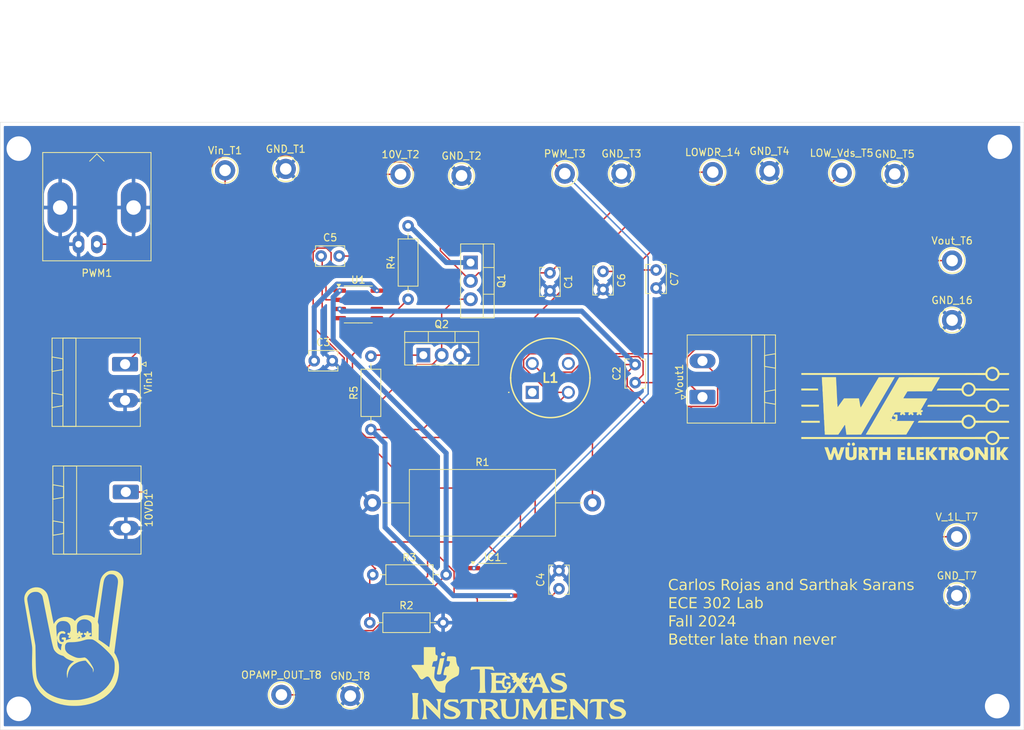
<source format=kicad_pcb>
(kicad_pcb (version 20240108) (generator "pcbnew") (generator_version "8.0")
  (layers (0 "F.Cu" signal) (31 "B.Cu" signal) (34 "B.Paste" user) (35 "F.Paste" user) (36 "B.SilkS" user "B.Silkscreen") (37 "F.SilkS" user "F.Silkscreen") (38 "B.Mask" user) (39 "F.Mask" user) (44 "Edge.Cuts" user))
  (net 0 "")
  (net 1 "10V")
  (net 2 "GND")
  (net 3 "Vin+")
  (net 4 "Vout+")
  (net 5 "Vout-")
  (net 6 "BOOT")
  (net 7 "SW")
  (net 8 "LOWDR")
  (net 9 "HIGHDR")
  (net 10 "PWM")
  (net 11 "OPAMP_OUT")
  (net 12 "Net-(Q1-G)")
  (net 13 "Net-(Q2-G)")
  (net 14 "Net-(U1A--)")
  (footprint "TestPoint:TestPoint_Keystone_5010-5014_Multipurpose" (layer "F.Cu") (at 138.1 36.1)
    (property "Reference" "PWM_T3" (at 0 -2.75 0) (layer "F.SilkS"))
    (property "Value" "TestPoint")
    (pad "1" thru_hole circle (at 0 0) (size 2.8 2.8) (drill 1.6) (layers "*.Cu" "*.Mask") (net 10 "PWM"))
  )
  (footprint "TestPoint:TestPoint_Keystone_5010-5014_Multipurpose" (layer "F.Cu") (at 191.75 56.4)
    (property "Reference" "GND_16" (at 0 -2.75 0) (layer "F.SilkS"))
    (property "Value" "TestPoint")
    (pad "1" thru_hole circle (at 0 0) (size 2.8 2.8) (drill 1.6) (layers "*.Cu" "*.Mask") (net 2 "GND"))
  )
  (footprint "TestPoint:TestPoint_Keystone_5010-5014_Multipurpose" (layer "F.Cu") (at 98.85 108.3)
    (property "Reference" "OPAMP_OUT_T8" (at 0 -2.75 0) (layer "F.SilkS"))
    (property "Value" "TestPoint")
    (pad "1" thru_hole circle (at 0 0) (size 2.8 2.8) (drill 1.6) (layers "*.Cu" "*.Mask") (net 11 "OPAMP_OUT"))
  )
  (footprint "Connector_Phoenix_MSTB:PhoenixContact_MSTBA_2,5_2-G_1x02_P5.00mm_Horizontal" (layer "F.Cu") (at 77.2 62.5 -90)
    (property "Reference" "Vin1" (at 2.5 -3.2 90) (layer "F.SilkS"))
    (property "Value" "Screw_Terminal_01x02")
    (pad "1" thru_hole roundrect (at 0 0 270) (size 2 3.6) (drill 1.4) (layers "*.Cu" "*.Mask") (roundrect_rratio 0.125) (net 3 "Vin+"))
    (pad "2" thru_hole oval (at 5 0 270) (size 2 3.6) (drill 1.4) (layers "*.Cu" "*.Mask") (net 2 "GND"))
  )
  (footprint "TestPoint:TestPoint_Keystone_5010-5014_Multipurpose" (layer "F.Cu") (at 166.45 35.75)
    (property "Reference" "GND_T4" (at 0 -2.75 0) (layer "F.SilkS"))
    (property "Value" "TestPoint")
    (pad "1" thru_hole circle (at 0 0) (size 2.8 2.8) (drill 1.6) (layers "*.Cu" "*.Mask") (net 2 "GND"))
  )
  (footprint "Capacitor_THT:C_Disc_D3.8mm_W2.6mm_P2.50mm" (layer "F.Cu") (at 150.75 49.45 -90)
    (property "Reference" "C7" (at 1.25 -2.55 90) (layer "F.SilkS"))
    (property "Value" "10u")
    (pad "1" thru_hole circle (at 0 0 270) (size 1.6 1.6) (drill 0.8) (layers "*.Cu" "*.Mask") (net 3 "Vin+"))
    (pad "2" thru_hole circle (at 2.5 0 270) (size 1.6 1.6) (drill 0.8) (layers "*.Cu" "*.Mask") (net 2 "GND"))
  )
  (footprint "TestPoint:TestPoint_Keystone_5010-5014_Multipurpose" (layer "F.Cu") (at 115.35 36.2)
    (property "Reference" "10V_T2" (at 0 -2.75 0) (layer "F.SilkS"))
    (property "Value" "TestPoint")
    (pad "1" thru_hole circle (at 0 0) (size 2.8 2.8) (drill 1.6) (layers "*.Cu" "*.Mask") (net 1 "10V"))
  )
  (footprint "TestPoint:TestPoint_Keystone_5010-5014_Multipurpose" (layer "F.Cu") (at 91.05 35.65)
    (property "Reference" "Vin_T1" (at 0 -2.75 0) (layer "F.SilkS"))
    (property "Value" "TestPoint")
    (pad "1" thru_hole circle (at 0 0) (size 2.8 2.8) (drill 1.6) (layers "*.Cu" "*.Mask") (net 3 "Vin+"))
  )
  (footprint "Connector_Phoenix_MSTB:PhoenixContact_MSTBA_2,5_2-G_1x02_P5.00mm_Horizontal" (layer "F.Cu") (at 157.1725 67.05 90)
    (property "Reference" "Vout1" (at 2.5 -3.2 90) (layer "F.SilkS"))
    (property "Value" "Screw_Terminal_01x02")
    (pad "1" thru_hole roundrect (at 0 0 90) (size 2 3.6) (drill 1.4) (layers "*.Cu" "*.Mask") (roundrect_rratio 0.125) (net 4 "Vout+"))
    (pad "2" thru_hole oval (at 5 0 90) (size 2 3.6) (drill 1.4) (layers "*.Cu" "*.Mask") (net 5 "Vout-"))
  )
  (footprint "Resistor_THT:R_Axial_DIN0207_L6.3mm_D2.5mm_P10.16mm_Horizontal" (layer "F.Cu") (at 111.25 71.55 90)
    (property "Reference" "R5" (at 5.08 -2.37 90) (layer "F.SilkS"))
    (property "Value" "100")
    (pad "1" thru_hole circle (at 0 0 90) (size 1.6 1.6) (drill 0.8) (layers "*.Cu" "*.Mask") (net 8 "LOWDR"))
    (pad "2" thru_hole oval (at 10.16 0 90) (size 1.6 1.6) (drill 0.8) (layers "*.Cu" "*.Mask") (net 13 "Net-(Q2-G)"))
  )
  (footprint "Package_SO:SO-8_3.9x4.9mm_P1.27mm" (layer "F.Cu") (at 128.1 92.65)
    (property "Reference" "IC1" (at 0 -3.4 0) (layer "F.SilkS"))
    (property "Value" "TPS2832D")
    (pad "1" smd roundrect (at -2.575 -1.905) (size 1.75 0.6) (layers "F.Cu" "F.Paste" "F.Mask") (net 10 "PWM"))
    (pad "2" smd roundrect (at -2.575 -0.635) (size 1.75 0.6) (layers "F.Cu" "F.Paste" "F.Mask") (net 2 "GND"))
    (pad "3" smd roundrect (at -2.575 0.635) (size 1.75 0.6) (layers "F.Cu" "F.Paste" "F.Mask") (net 7 "SW"))
    (pad "4" smd roundrect (at -2.575 1.905) (size 1.75 0.6) (layers "F.Cu" "F.Paste" "F.Mask") (net 1 "10V"))
    (pad "5" smd roundrect (at 2.575 1.905) (size 1.75 0.6) (layers "F.Cu" "F.Paste" "F.Mask") (net 8 "LOWDR"))
    (pad "6" smd roundrect (at 2.575 0.635) (size 1.75 0.6) (layers "F.Cu" "F.Paste" "F.Mask") (net 7 "SW"))
    (pad "7" smd roundrect (at 2.575 -0.635) (size 1.75 0.6) (layers "F.Cu" "F.Paste" "F.Mask") (net 9 "HIGHDR"))
    (pad "8" smd roundrect (at 2.575 -1.905) (size 1.75 0.6) (layers "F.Cu" "F.Paste" "F.Mask") (net 6 "BOOT"))
  )
  (footprint "BuckParts:7447231101" (layer "F.Cu") (at 133.6 66.4)
    (property "Reference" "L1" (at 2.5 -2 0) (layer "F.SilkS") (effects (font (size 1.27 1.27) (thickness 0.254))))
    (property "Value" "7447231101" (hide yes))
    (pad "1" thru_hole rect (at 0 0) (size 1.8 1.8) (drill 1.2) (layers "*.Cu" "*.Mask"))
    (pad "2" thru_hole circle (at 5 0) (size 1.8 1.8) (drill 1.2) (layers "*.Cu" "*.Mask") (net 7 "SW"))
    (pad "3" thru_hole circle (at 0 -4) (size 1.8 1.8) (drill 1.2) (layers "*.Cu" "*.Mask") (net 4 "Vout+"))
    (pad "4" thru_hole circle (at 5 -4) (size 1.8 1.8) (drill 1.2) (layers "*.Cu" "*.Mask"))
  )
  (footprint "graphics:TI" (layer "F.Cu") (at 131.699 106.68)
    (property "Reference" "G***" (at 0 0 0) (layer "F.SilkS") (effects (font (size 1.5 1.5) (thickness 0.3))))
    (property "Value" "LOGO" (hide yes))
  )
  (footprint "Capacitor_THT:C_Disc_D3.8mm_W2.6mm_P2.50mm" (layer "F.Cu") (at 137.3 93.6 90)
    (property "Reference" "C4" (at 1.25 -2.55 90) (layer "F.SilkS"))
    (property "Value" "1u")
    (pad "1" thru_hole circle (at 0 0 90) (size 1.6 1.6) (drill 0.8) (layers "*.Cu" "*.Mask") (net 1 "10V"))
    (pad "2" thru_hole circle (at 2.5 0 90) (size 1.6 1.6) (drill 0.8) (layers "*.Cu" "*.Mask") (net 2 "GND"))
  )
  (footprint "graphics:HornsUp" (layer "F.Cu") (at 70.104 100.457)
    (property "Reference" "G***" (at 0 0 0) (layer "F.SilkS") (effects (font (size 1.5 1.5) (thickness 0.3))))
    (property "Value" "LOGO" (hide yes))
  )
  (footprint "TestPoint:TestPoint_Keystone_5010-5014_Multipurpose" (layer "F.Cu") (at 183.8 36.15)
    (property "Reference" "GND_T5" (at 0 -2.75 0) (layer "F.SilkS"))
    (property "Value" "TestPoint")
    (pad "1" thru_hole circle (at 0 0) (size 2.8 2.8) (drill 1.6) (layers "*.Cu" "*.Mask") (net 2 "GND"))
  )
  (footprint "Capacitor_THT:C_Disc_D3.8mm_W2.6mm_P2.50mm" (layer "F.Cu") (at 103.4 62.02)
    (property "Reference" "C3" (at 1.25 -2.55 0) (layer "F.SilkS"))
    (property "Value" "1u")
    (pad "1" thru_hole circle (at 0 0) (size 1.6 1.6) (drill 0.8) (layers "*.Cu" "*.Mask") (net 1 "10V"))
    (pad "2" thru_hole circle (at 2.5 0) (size 1.6 1.6) (drill 0.8) (layers "*.Cu" "*.Mask") (net 2 "GND"))
  )
  (footprint "Resistor_THT:R_Axial_DIN0207_L6.3mm_D2.5mm_P10.16mm_Horizontal" (layer "F.Cu") (at 111.51 91.65)
    (property "Reference" "R3" (at 5.08 -2.37 0) (layer "F.SilkS"))
    (property "Value" "20k")
    (pad "1" thru_hole circle (at 0 0) (size 1.6 1.6) (drill 0.8) (layers "*.Cu" "*.Mask") (net 14 "Net-(U1A--)"))
    (pad "2" thru_hole oval (at 10.16 0) (size 1.6 1.6) (drill 0.8) (layers "*.Cu" "*.Mask") (net 11 "OPAMP_OUT"))
  )
  (footprint "Package_SO:SO-8_3.9x4.9mm_P1.27mm" (layer "F.Cu") (at 109.5 54.22)
    (property "Reference" "U1" (at 0 -3.4 0) (layer "F.SilkS"))
    (property "Value" "TLV2372")
    (pad "1" smd roundrect (at -2.575 -1.905) (size 1.75 0.6) (layers "F.Cu" "F.Paste" "F.Mask") (net 11 "OPAMP_OUT"))
    (pad "2" smd roundrect (at -2.575 -0.635) (size 1.75 0.6) (layers "F.Cu" "F.Paste" "F.Mask") (net 14 "Net-(U1A--)"))
    (pad "3" smd roundrect (at -2.575 0.635) (size 1.75 0.6) (layers "F.Cu" "F.Paste" "F.Mask") (net 5 "Vout-"))
    (pad "4" smd roundrect (at -2.575 1.905) (size 1.75 0.6) (layers "F.Cu" "F.Paste" "F.Mask") (net 2 "GND"))
    (pad "5" smd roundrect (at 2.575 1.905) (size 1.75 0.6) (layers "F.Cu" "F.Paste" "F.Mask"))
    (pad "6" smd roundrect (at 2.575 0.635) (size 1.75 0.6) (layers "F.Cu" "F.Paste" "F.Mask"))
    (pad "7" smd roundrect (at 2.575 -0.635) (size 1.75 0.6) (layers "F.Cu" "F.Paste" "F.Mask"))
    (pad "8" smd roundrect (at 2.575 -1.905) (size 1.75 0.6) (layers "F.Cu" "F.Paste" "F.Mask") (net 1 "10V"))
  )
  (footprint "Connector_Phoenix_MSTB:PhoenixContact_MSTBA_2,5_2-G_1x02_P5.00mm_Horizontal" (layer "F.Cu") (at 77.3 80.2 -90)
    (property "Reference" "10VD1" (at 2.5 -3.2 90) (layer "F.SilkS"))
    (property "Value" "Screw_Terminal_01x02")
    (pad "1" thru_hole roundrect (at 0 0 270) (size 2 3.6) (drill 1.4) (layers "*.Cu" "*.Mask") (roundrect_rratio 0.125) (net 1 "10V"))
    (pad "2" thru_hole oval (at 5 0 270) (size 2 3.6) (drill 1.4) (layers "*.Cu" "*.Mask") (net 2 "GND"))
  )
  (footprint "TestPoint:TestPoint_Keystone_5010-5014_Multipurpose" (layer "F.Cu") (at 192.4 86.4)
    (property "Reference" "V_1L_T7" (at 0 -2.75 0) (layer "F.SilkS"))
    (property "Value" "TestPoint")
    (pad "1" thru_hole circle (at 0 0) (size 2.8 2.8) (drill 1.6) (layers "*.Cu" "*.Mask") (net 5 "Vout-"))
  )
  (footprint "Capacitor_THT:C_Disc_D3.8mm_W2.6mm_P2.50mm" (layer "F.Cu") (at 136.05 49.85 -90)
    (property "Reference" "C1" (at 1.25 -2.55 90) (layer "F.SilkS"))
    (property "Value" "10u")
    (pad "1" thru_hole circle (at 0 0 270) (size 1.6 1.6) (drill 0.8) (layers "*.Cu" "*.Mask") (net 3 "Vin+"))
    (pad "2" thru_hole circle (at 2.5 0 270) (size 1.6 1.6) (drill 0.8) (layers "*.Cu" "*.Mask") (net 2 "GND"))
  )
  (footprint "TestPoint:TestPoint_Keystone_5010-5014_Multipurpose" (layer "F.Cu") (at 158.6 35.9)
    (property "Reference" "LOWDR_14" (at 0 -2.75 0) (layer "F.SilkS"))
    (property "Value" "TestPoint")
    (pad "1" thru_hole circle (at 0 0) (size 2.8 2.8) (drill 1.6) (layers "*.Cu" "*.Mask") (net 8 "LOWDR"))
  )
  (footprint "Capacitor_THT:C_Disc_D3.8mm_W2.6mm_P2.50mm" (layer "F.Cu") (at 143.4 49.65 -90)
    (property "Reference" "C6" (at 1.25 -2.55 90) (layer "F.SilkS"))
    (property "Value" "10u")
    (pad "1" thru_hole circle (at 0 0 270) (size 1.6 1.6) (drill 0.8) (layers "*.Cu" "*.Mask") (net 3 "Vin+"))
    (pad "2" thru_hole circle (at 2.5 0 270) (size 1.6 1.6) (drill 0.8) (layers "*.Cu" "*.Mask") (net 2 "GND"))
  )
  (footprint "TestPoint:TestPoint_Keystone_5010-5014_Multipurpose" (layer "F.Cu") (at 176.45 36)
    (property "Reference" "LOW_Vds_T5" (at 0 -2.75 0) (layer "F.SilkS"))
    (property "Value" "TestPoint")
    (pad "1" thru_hole circle (at 0 0) (size 2.8 2.8) (drill 1.6) (layers "*.Cu" "*.Mask") (net 7 "SW"))
  )
  (footprint "Capacitor_THT:C_Disc_D3.8mm_W2.6mm_P2.50mm" (layer "F.Cu") (at 104.35 47.52)
    (property "Reference" "C5" (at 1.25 -2.55 0) (layer "F.SilkS"))
    (property "Value" "1u")
    (pad "1" thru_hole circle (at 0 0) (size 1.6 1.6) (drill 0.8) (layers "*.Cu" "*.Mask") (net 6 "BOOT"))
    (pad "2" thru_hole circle (at 2.5 0) (size 1.6 1.6) (drill 0.8) (layers "*.Cu" "*.Mask") (net 7 "SW"))
  )
  (footprint "TestPoint:TestPoint_Keystone_5010-5014_Multipurpose" (layer "F.Cu") (at 192.4 94.55)
    (property "Reference" "GND_T7" (at 0 -2.75 0) (layer "F.SilkS"))
    (property "Value" "TestPoint")
    (pad "1" thru_hole circle (at 0 0) (size 2.8 2.8) (drill 1.6) (layers "*.Cu" "*.Mask") (net 2 "GND"))
  )
  (footprint "TestPoint:TestPoint_Keystone_5010-5014_Multipurpose" (layer "F.Cu") (at 145.95 36.1)
    (property "Reference" "GND_T3" (at 0 -2.75 0) (layer "F.SilkS"))
    (property "Value" "TestPoint")
    (pad "1" thru_hole circle (at 0 0) (size 2.8 2.8) (drill 1.6) (layers "*.Cu" "*.Mask") (net 2 "GND"))
  )
  (footprint "Resistor_THT:R_Axial_DIN0207_L6.3mm_D2.5mm_P10.16mm_Horizontal" (layer "F.Cu") (at 111.09 98.3)
    (property "Reference" "R2" (at 5.08 -2.37 0) (layer "F.SilkS"))
    (property "Value" "5k")
    (pad "1" thru_hole circle (at 0 0) (size 1.6 1.6) (drill 0.8) (layers "*.Cu" "*.Mask") (net 14 "Net-(U1A--)"))
    (pad "2" thru_hole oval (at 10.16 0) (size 1.6 1.6) (drill 0.8) (layers "*.Cu" "*.Mask") (net 2 "GND"))
  )
  (footprint "Package_TO_SOT_THT:TO-220-3_Vertical" (layer "F.Cu") (at 125.05 48.42 -90)
    (property "Reference" "Q1" (at 2.54 -4.27 90) (layer "F.SilkS"))
    (property "Value" "CSD18534KCS")
    (pad "1" thru_hole rect (at 0 0 270) (size 1.905 2) (drill 1.1) (layers "*.Cu" "*.Mask") (net 12 "Net-(Q1-G)"))
    (pad "2" thru_hole oval (at 2.54 0 270) (size 1.905 2) (drill 1.1) (layers "*.Cu" "*.Mask") (net 3 "Vin+"))
    (pad "3" thru_hole oval (at 5.08 0 270) (size 1.905 2) (drill 1.1) (layers "*.Cu" "*.Mask") (net 7 "SW"))
  )
  (footprint "TestPoint:TestPoint_Keystone_5010-5014_Multipurpose" (layer "F.Cu") (at 108.4 108.45)
    (property "Reference" "GND_T8" (at 0 -2.75 0) (layer "F.SilkS"))
    (property "Value" "TestPoint")
    (pad "1" thru_hole circle (at 0 0) (size 2.8 2.8) (drill 1.6) (layers "*.Cu" "*.Mask") (net 2 "GND"))
  )
  (footprint "Package_TO_SOT_THT:TO-220-3_Vertical" (layer "F.Cu") (at 118.51 61.245)
    (property "Reference" "Q2" (at 2.54 -4.27 0) (layer "F.SilkS"))
    (property "Value" "CSD18534KCS")
    (pad "1" thru_hole rect (at 0 0) (size 1.905 2) (drill 1.1) (layers "*.Cu" "*.Mask") (net 13 "Net-(Q2-G)"))
    (pad "2" thru_hole oval (at 2.54 0) (size 1.905 2) (drill 1.1) (layers "*.Cu" "*.Mask") (net 7 "SW"))
    (pad "3" thru_hole oval (at 5.08 0) (size 1.905 2) (drill 1.1) (layers "*.Cu" "*.Mask") (net 2 "GND"))
  )
  (footprint "graphics:WE" (layer "F.Cu") (at 185.293 69.596)
    (property "Reference" "G***" (at 0 0 0) (layer "F.SilkS") (effects (font (size 1.5 1.5) (thickness 0.3))))
    (property "Value" "LOGO" (hide yes))
  )
  (footprint "Resistor_THT:R_Axial_DIN0922_L20.0mm_D9.0mm_P30.48mm_Horizontal" (layer "F.Cu") (at 111.455 81.7)
    (property "Reference" "R1" (at 15.24 -5.62 0) (layer "F.SilkS"))
    (property "Value" "0.5")
    (pad "1" thru_hole circle (at 0 0) (size 2.4 2.4) (drill 1.2) (layers "*.Cu" "*.Mask") (net 2 "GND"))
    (pad "2" thru_hole oval (at 30.48 0) (size 2.4 2.4) (drill 1.2) (layers "*.Cu" "*.Mask") (net 5 "Vout-"))
  )
  (footprint "Resistor_THT:R_Axial_DIN0207_L6.3mm_D2.5mm_P10.16mm_Horizontal" (layer "F.Cu") (at 116.4 53.5 90)
    (property "Reference" "R4" (at 5.08 -2.37 90) (layer "F.SilkS"))
    (property "Value" "100")
    (pad "1" thru_hole circle (at 0 0 90) (size 1.6 1.6) (drill 0.8) (layers "*.Cu" "*.Mask") (net 9 "HIGHDR"))
    (pad "2" thru_hole oval (at 10.16 0 90) (size 1.6 1.6) (drill 0.8) (layers "*.Cu" "*.Mask") (net 12 "Net-(Q1-G)"))
  )
  (footprint "TestPoint:TestPoint_Keystone_5010-5014_Multipurpose" (layer "F.Cu") (at 123.8 36.4)
    (property "Reference" "GND_T2" (at 0 -2.75 0) (layer "F.SilkS"))
    (property "Value" "TestPoint")
    (pad "1" thru_hole circle (at 0 0) (size 2.8 2.8) (drill 1.6) (layers "*.Cu" "*.Mask") (net 2 "GND"))
  )
  (footprint "TestPoint:TestPoint_Keystone_5010-5014_Multipurpose" (layer "F.Cu") (at 191.75 48.15)
    (property "Reference" "Vout_T6" (at 0 -2.75 0) (layer "F.SilkS"))
    (property "Value" "TestPoint")
    (pad "1" thru_hole circle (at 0 0) (size 2.8 2.8) (drill 1.6) (layers "*.Cu" "*.Mask") (net 4 "Vout+"))
  )
  (footprint "TestPoint:TestPoint_Keystone_5010-5014_Multipurpose" (layer "F.Cu") (at 99.45 35.45)
    (property "Reference" "GND_T1" (at 0 -2.75 0) (layer "F.SilkS"))
    (property "Value" "TestPoint")
    (pad "1" thru_hole circle (at 0 0) (size 2.8 2.8) (drill 1.6) (layers "*.Cu" "*.Mask") (net 2 "GND"))
  )
  (footprint "Connector_Coaxial:BNC_Amphenol_B6252HB-NPP3G-50_Horizontal" (layer "F.Cu") (at 73.2925 45.88)
    (property "Reference" "PWM1" (at 0 4 0) (layer "F.SilkS"))
    (property "Value" "Conn_Coaxial")
    (pad "1" thru_hole oval (at 0 0) (size 1.6 2.5) (drill 0.89) (layers "*.Cu" "*.Mask") (net 10 "PWM"))
    (pad "2" thru_hole oval (at -5.08 -5.08) (size 3.5 7) (drill 2.01) (layers "*.Cu" "*.Mask") (net 2 "GND"))
    (pad "2" thru_hole oval (at -2.54 0) (size 1.6 2.5) (drill 0.89) (layers "*.Cu" "*.Mask") (net 2 "GND"))
    (pad "2" thru_hole oval (at 5.08 -5.08) (size 3.5 7) (drill 2.01) (layers "*.Cu" "*.Mask") (net 2 "GND"))
  )
  (footprint "Capacitor_THT:C_Disc_D3.8mm_W2.6mm_P2.50mm" (layer "F.Cu") (at 147.85 65.05 90)
    (property "Reference" "C2" (at 1.25 -2.55 90) (layer "F.SilkS"))
    (property "Value" "1u")
    (pad "1" thru_hole circle (at 0 0 90) (size 1.6 1.6) (drill 0.8) (layers "*.Cu" "*.Mask") (net 4 "Vout+"))
    (pad "2" thru_hole circle (at 2.5 0 90) (size 1.6 1.6) (drill 0.8) (layers "*.Cu" "*.Mask") (net 5 "Vout-"))
  )
  (gr_rect (start 59.9 29) (end 201.7 113.15) (stroke (width 0.05)) (fill none) (layer "Edge.Cuts"))
  (gr_text "Carlos Rojas and Sarthak Sarans\nECE 302 Lab\nFall 2024\nBetter late than never" (at 152.4 101.6 0) (layer "F.SilkS") (effects (font (size 1.5 1.5) (thickness 0.1)) (justify left bottom)))
  (segment (start 95.029 54.541102) (end 95.029 70.391) (width 0.2) (layer "F.Cu") (net 1))
  (segment (start 77.3 80.2) (end 85.22 80.2) (width 0.2) (layer "F.Cu") (net 1))
  (segment (start 122.869 94.555) (end 125.525 94.555) (width 0.2) (layer "F.Cu") (net 1))
  (segment (start 122.77 94.576) (end 122.809 94.615) (width 0.2) (layer "F.Cu") (net 1))
  (segment (start 137.3 93.6) (end 128.905 101.995) (width 0.2) (layer "F.Cu") (net 1))
  (segment (start 125.984 102.489) (end 125.984 95.014) (width 0.2) (layer "F.Cu") (net 1))
  (segment (start 119.097635 91.848) (end 119.097635 87.522) (width 0.2) (layer "F.Cu") (net 1))
  (segment (start 95.029 70.391) (end 103.4 62.02) (width 0.2) (layer "F.Cu") (net 1))
  (segment (start 87.8535 77.5665) (end 95.029 70.391) (width 0.2) (layer "F.Cu") (net 1))
  (segment (start 111.545635 99.4) (end 119.097635 91.848) (width 0.2) (layer "F.Cu") (net 1))
  (segment (start 128.905 102.489) (end 125.984 102.489) (width 0.2) (layer "F.Cu") (net 1))
  (segment (start 128.905 101.995) (end 128.905 102.489) (width 0.2) (layer "F.Cu") (net 1))
  (segment (start 125.984 95.014) (end 125.525 94.555) (width 0.2) (layer "F.Cu") (net 1))
  (segment (start 113.370102 36.2) (end 95.029 54.541102) (width 0.2) (layer "F.Cu") (net 1))
  (segment (start 122.809 94.615) (end 122.869 94.555) (width 0.2) (layer "F.Cu") (net 1))
  (segment (start 109.687 99.4) (end 111.545635 99.4) (width 0.2) (layer "F.Cu") (net 1))
  (segment (start 87.8535 77.5665) (end 109.687 99.4) (width 0.2) (layer "F.Cu") (net 1))
  (segment (start 122.77 91.194365) (end 122.77 94.576) (width 0.2) (layer "F.Cu") (net 1))
  (segment (start 85.22 80.2) (end 87.8535 77.5665) (width 0.2) (layer "F.Cu") (net 1))
  (segment (start 119.097635 87.522) (end 122.77 91.194365) (width 0.2) (layer "F.Cu") (net 1))
  (segment (start 115.35 36.2) (end 113.370102 36.2) (width 0.2) (layer "F.Cu") (net 1))
  (via (at 112.075 52.315) (size 0.6) (drill 0.3) (layers "F.Cu" "B.Cu") (net 1))
  (segment (start 103.4 54.567208) (end 103.4 62.02) (width 0.7) (layer "B.Cu") (net 1))
  (segment (start 111.175 51.415) (end 106.552208 51.415) (width 0.7) (layer "B.Cu") (net 1))
  (segment (start 106.552208 51.415) (end 103.4 54.567208) (width 0.7) (layer "B.Cu") (net 1))
  (segment (start 112.075 52.315) (end 111.175 51.415) (width 0.7) (layer "B.Cu") (net 1))
  (via (at 197.993 109.855) (size 4) (drill 3.4) (layers "F.Cu" "B.Cu") (net 2))
  (via (at 62.484 32.639) (size 4) (drill 3.4) (layers "F.Cu" "B.Cu") (net 2))
  (via (at 62.484 110.236) (size 4) (drill 3.4) (layers "F.Cu" "B.Cu") (net 2))
  (via (at 198.374 32.385) (size 4) (drill 3.4) (layers "F.Cu" "B.Cu") (net 2))
  (segment (start 161.671 31.115) (end 162.052 30.734) (width 0.2) (layer "F.Cu") (net 3))
  (segment (start 153.67 32.23) (end 136.05 49.85) (width 0.2) (layer "F.Cu") (net 3))
  (segment (start 154.178 30.734) (end 153.67 31.242) (width 0.2) (layer "F.Cu") (net 3))
  (segment (start 162.052 30.734) (end 154.178 30.734) (width 0.2) (layer "F.Cu") (net 3))
  (segment (start 91.05 48.65) (end 91.05 47.625) (width 0.2) (layer "F.Cu") (net 3))
  (segment (start 120.867686 46.777686) (end 120.867686 39.313522) (width 0.2) (layer "F.Cu") (net 3))
  (segment (start 120.867686 39.313522) (end 116.054164 34.5) (width 0.2) (layer "F.Cu") (net 3))
  (segment (start 147.254164 49.65) (end 159.312164 37.592) (width 0.2) (layer "F.Cu") (net 3))
  (segment (start 125.05 50.96) (end 120.867686 46.777686) (width 0.2) (layer "F.Cu") (net 3))
  (segment (start 104.175 34.5) (end 91.05 47.625) (width 0.2) (layer "F.Cu") (net 3))
  (segment (start 77.2 62.5) (end 91.05 48.65) (width 0.2) (layer "F.Cu") (net 3))
  (segment (start 161.671 37.211) (end 161.671 31.115) (width 0.2) (layer "F.Cu") (net 3))
  (segment (start 150.75 49.45) (end 147.454164 49.45) (width 0.2) (layer "F.Cu") (net 3))
  (segment (start 126.16 49.85) (end 125.05 50.96) (width 0.2) (layer "F.Cu") (net 3))
  (segment (start 116.054164 34.5) (end 104.175 34.5) (width 0.2) (layer "F.Cu") (net 3))
  (segment (start 91.05 47.625) (end 91.05 35.65) (width 0.2) (layer "F.Cu") (net 3))
  (segment (start 143.4 49.65) (end 147.254164 49.65) (width 0.2) (layer "F.Cu") (net 3))
  (segment (start 159.312164 37.592) (end 161.29 37.592) (width 0.2) (layer "F.Cu") (net 3))
  (segment (start 161.29 37.592) (end 161.671 37.211) (width 0.2) (layer "F.Cu") (net 3))
  (segment (start 136.05 49.85) (end 126.16 49.85) (width 0.2) (layer "F.Cu") (net 3))
  (segment (start 153.67 31.242) (end 153.67 32.23) (width 0.2) (layer "F.Cu") (net 3))
  (segment (start 147.454164 49.45) (end 147.254164 49.65) (width 0.2) (layer "F.Cu") (net 3))
  (segment (start 134.8 63.6) (end 133.6 62.4) (width 0.2) (layer "F.Cu") (net 4))
  (segment (start 168.434022 48.15) (end 155.0725 61.511522) (width 0.2) (layer "F.Cu") (net 4))
  (segment (start 155.1725 65.05) (end 157.1725 67.05) (width 0.2) (layer "F.Cu") (net 4))
  (segment (start 191.75 48.15) (end 168.434022 48.15) (width 0.2) (layer "F.Cu") (net 4))
  (segment (start 148.305635 61.45) (end 141.247057 61.45) (width 0.2) (layer "F.Cu") (net 4))
  (segment (start 147.85 65.05) (end 155.1725 65.05) (width 0.2) (layer "F.Cu") (net 4))
  (segment (start 139.097057 63.6) (end 134.8 63.6) (width 0.2) (layer "F.Cu") (net 4))
  (segment (start 148.95 63.95) (end 148.95 62.094365) (width 0.2) (layer "F.Cu") (net 4))
  (segment (start 155.0725 64.95) (end 157.1725 67.05) (width 0.2) (layer "F.Cu") (net 4))
  (segment (start 141.247057 61.45) (end 139.097057 63.6) (width 0.2) (layer "F.Cu") (net 4))
  (segment (start 155.0725 61.511522) (end 155.0725 64.95) (width 0.2) (layer "F.Cu") (net 4))
  (segment (start 147.85 65.05) (end 148.95 63.95) (width 0.2) (layer "F.Cu") (net 4))
  (segment (start 148.95 62.094365) (end 148.305635 61.45) (width 0.2) (layer "F.Cu") (net 4))
  (segment (start 141.935 81.7) (end 141.935 73.203) (width 0.2) (layer "F.Cu") (net 5))
  (segment (start 155.448 68.35) (end 149.594365 68.35) (width 0.2) (layer "F.Cu") (net 5))
  (segment (start 146.75 63.65) (end 147.85 62.55) (width 0.2) (layer "F.Cu") (net 5))
  (segment (start 145.034 63.5) (end 145.288 63.5) (width 0.2) (layer "F.Cu") (net 5))
  (segment (start 158.957244 68.35) (end 155.448 68.35) (width 0.2) (layer "F.Cu") (net 5))
  (segment (start 173.498 86.4) (end 155.448 68.35) (width 0.2) (layer "F.Cu") (net 5))
  (segment (start 157.1725 62.05) (end 159.2725 64.15) (width 0.2) (layer "F.Cu") (net 5))
  (segment (start 145.034 70.104) (end 145.034 63.5) (width 0.2) (layer "F.Cu") (net 5))
  (segment (start 146.75 65.505635) (end 146.75 63.65) (width 0.2) (layer "F.Cu") (net 5))
  (segment (start 159.2725 68.034744) (end 158.957244 68.35) (width 0.2) (layer "F.Cu") (net 5))
  (segment (start 149.594365 68.35) (end 146.75 65.505635) (width 0.2) (layer "F.Cu") (net 5))
  (segment (start 141.935 73.203) (end 145.034 70.104) (width 0.2) (layer "F.Cu") (net 5))
  (segment (start 145.288 63.5) (end 146.238 62.55) (width 0.2) (layer "F.Cu") (net 5))
  (segment (start 159.2725 64.15) (end 159.2725 68.034744) (width 0.2) (layer "F.Cu") (net 5))
  (segment (start 146.238 62.55) (end 147.85 62.55) (width 0.2) (layer "F.Cu") (net 5))
  (segment (start 192.4 86.4) (end 173.498 86.4) (width 0.2) (layer "F.Cu") (net 5))
  (via (at 106.925 54.855) (size 0.6) (drill 0.3) (layers "F.Cu" "B.Cu") (net 5))
  (segment (start 140.454999 55.154999) (end 147.85 62.55) (width 0.7) (layer "B.Cu") (net 5))
  (segment (start 106.925 54.855) (end 107.224999 55.154999) (width 0.7) (layer "B.Cu") (net 5))
  (segment (start 107.224999 55.154999) (end 140.454999 55.154999) (width 0.7) (layer "B.Cu") (net 5))
  (segment (start 107.95 86.36) (end 108.712 87.122) (width 0.2) (layer "F.Cu") (net 6))
  (segment (start 107.95 61.468) (end 107.95 86.36) (width 0.2) (layer "F.Cu") (net 6))
  (segment (start 127.052 87.122) (end 130.675 90.745) (width 0.2) (layer "F.Cu") (net 6))
  (segment (start 104.5 58.018) (end 107.95 61.468) (width 0.2) (layer "F.Cu") (net 6))
  (segment (start 104.35 47.52) (end 104.5 47.67) (width 0.2) (layer "F.Cu") (net 6))
  (segment (start 104.5 47.67) (end 104.5 58.018) (width 0.2) (layer "F.Cu") (net 6))
  (segment (start 108.712 87.122) (end 127.052 87.122) (width 0.2) (layer "F.Cu") (net 6))
  (segment (start 113.792 48.895) (end 118.237 48.895) (width 0.2) (layer "F.Cu") (net 7))
  (segment (start 122.842 53.5) (end 122.936 53.5) (width 0.2) (layer "F.Cu") (net 7))
  (segment (start 132.4 61.902943) (end 132.4 62.897057) (width 0.2) (layer "F.Cu") (net 7))
  (segment (start 132.4 62.897057) (end 135.902943 66.4) (width 0.2) (layer "F.Cu") (net 7))
  (segment (start 133.996 71.004) (end 132.35 72.65) (width 0.2) (layer "F.Cu") (net 7))
  (segment (start 133.996 90.286) (end 133.996 71.004) (width 0.2) (layer "F.Cu") (net 7))
  (segment (start 121.05 55.386) (end 122.936 53.5) (width 0.2) (layer "F.Cu") (net 7))
  (segment (start 130.675 93.285) (end 125.525 93.285) (width 0.2) (layer "F.Cu") (net 7))
  (segment (start 132.35 72.65) (end 110.623 72.65) (width 0.2) (layer "F.Cu") (net 7))
  (segment (start 110.623 72.65) (end 109.093 71.12) (width 0.2) (layer "F.Cu") (net 7))
  (segment (start 117.668 62.545) (end 119.75 62.545) (width 0.2) (layer "F.Cu") (net 7))
  (segment (start 133.252943 61.05) (end 132.4 61.902943) (width 0.2) (layer "F.Cu") (net 7))
  (segment (start 138.6 66.4) (end 133.996 71.004) (width 0.2) (layer "F.Cu") (net 7))
  (segment (start 151.4 61.05) (end 133.252943 61.05) (width 0.2) (layer "F.Cu") (net 7))
  (segment (start 176.45 36) (end 151.4 61.05) (width 0.2) (layer "F.Cu") (net 7))
  (segment (start 119.75 62.545) (end 121.05 61.245) (width 0.2) (layer "F.Cu") (net 7))
  (segment (start 130.675 93.285) (end 130.997 93.285) (width 0.2) (layer "F.Cu") (net 7))
  (segment (start 112.417 47.52) (end 113.792 48.895) (width 0.2) (layer "F.Cu") (net 7))
  (segment (start 130.997 93.285) (end 133.996 90.286) (width 0.2) (layer "F.Cu") (net 7))
  (segment (start 135.902943 66.4) (end 138.6 66.4) (width 0.2) (layer "F.Cu") (net 7))
  (segment (start 118.237 48.895) (end 122.842 53.5) (width 0.2) (layer "F.Cu") (net 7))
  (segment (start 122.936 53.5) (end 125.05 53.5) (width 0.2) (layer "F.Cu") (net 7))
  (segment (start 121.05 61.245) (end 121.05 55.386) (width 0.2) (layer "F.Cu") (net 7))
  (segment (start 106.85 47.52) (end 112.417 47.52) (width 0.2) (layer "F.Cu") (net 7))
  (segment (start 109.093 71.12) (end 117.668 62.545) (width 0.2) (layer "F.Cu") (net 7))
  (segment (start 158.6 35.9) (end 154.055635 35.9) (width 0.2) (layer "F.Cu") (net 8))
  (segment (start 154.055635 35.9) (end 118.405635 71.55) (width 0.2) (layer "F.Cu") (net 8))
  (segment (start 118.405635 71.55) (end 111.25 71.55) (width 0.2) (layer "F.Cu") (net 8))
  (via (at 130.675 94.555) (size 0.6) (drill 0.3) (layers "F.Cu" "B.Cu") (net 8))
  (segment (start 130.675 94.555) (end 122.665811 94.555) (width 0.7) (layer "B.Cu") (net 8))
  (segment (start 122.665811 94.555) (end 113.205 85.094189) (width 0.7) (layer "B.Cu") (net 8))
  (segment (start 113.205 85.094189) (end 113.205 73.505) (width 0.7) (layer "B.Cu") (net 8))
  (segment (start 113.205 73.505) (end 111.25 71.55) (width 0.7) (layer "B.Cu") (net 8))
  (segment (start 130.675 92.015) (end 131.549999 92.015) (width 0.2) (layer "F.Cu") (net 9))
  (segment (start 131.549999 92.015) (end 131.953 91.611999) (width 0.2) (layer "F.Cu") (net 9))
  (segment (start 108.693 61.207) (end 116.4 53.5) (width 0.2) (layer "F.Cu") (net 9))
  (segment (start 108.693 71.285686) (end 108.693 61.207) (width 0.2) (layer "F.Cu") (net 9))
  (segment (start 131.953 91.611999) (end 131.953 79.654) (width 0.2) (layer "F.Cu") (net 9))
  (segment (start 131.953 79.654) (end 117.061314 79.654) (width 0.2) (layer "F.Cu") (net 9))
  (segment (start 117.061314 79.654) (end 108.693 71.285686) (width 0.2) (layer "F.Cu") (net 9))
  (segment (start 78.415836 45.88) (end 90.640836 33.655) (width 0.2) (layer "F.Cu") (net 10))
  (segment (start 90.640836 33.655) (end 135.655 33.655) (width 0.2) (layer "F.Cu") (net 10))
  (segment (start 125.525 90.745) (end 124.650001 90.745) (width 0.2) (layer "F.Cu") (net 10))
  (segment (start 73.2925 45.88) (end 78.415836 45.88) (width 0.2) (layer "F.Cu") (net 10))
  (segment (start 135.655 33.655) (end 138.1 36.1) (width 0.2) (layer "F.Cu") (net 10))
  (via (at 125.525 90.745) (size 0.6) (drill 0.3) (layers "F.Cu" "B.Cu") (net 10))
  (segment (start 149.65 66.62) (end 149.65 47.65) (width 0.2) (layer "B.Cu") (net 10))
  (segment (start 149.65 47.65) (end 138.1 36.1) (width 0.2) (layer "B.Cu") (net 10))
  (segment (start 125.525 90.745) (end 149.65 66.62) (width 0.2) (layer "B.Cu") (net 10))
  (segment (start 98.85 108.3) (end 105.02 108.3) (width 0.2) (layer "F.Cu") (net 11))
  (segment (start 105.02 108.3) (end 121.67 91.65) (width 0.2) (layer "F.Cu") (net 11))
  (via (at 106.925 52.315) (size 0.6) (drill 0.3) (layers "F.Cu" "B.Cu") (net 11))
  (segment (start 121.67 74.807) (end 121.67 91.65) (width 0.7) (layer "B.Cu") (net 11))
  (segment (start 106.925 52.315) (end 106.025 53.215) (width 0.7) (layer "B.Cu") (net 11))
  (segment (start 106.025 53.215) (end 106.025 59.162) (width 0.7) (layer "B.Cu") (net 11))
  (segment (start 106.025 59.162) (end 121.67 74.807) (width 0.7) (layer "B.Cu") (net 11))
  (via (at 116.4 43.34) (size 0.6) (drill 0.3) (layers "F.Cu" "B.Cu") (net 12))
  (segment (start 116.619 43.34) (end 121.699 48.42) (width 0.7) (layer "B.Cu") (net 12))
  (segment (start 121.699 48.42) (end 125.05 48.42) (width 0.7) (layer "B.Cu") (net 12))
  (segment (start 116.4 43.34) (end 116.619 43.34) (width 0.7) (layer "B.Cu") (net 12))
  (segment (start 118.51 61.245) (end 111.395 61.245) (width 0.2) (layer "F.Cu") (net 13))
  (segment (start 111.395 61.245) (end 111.25 61.39) (width 0.2) (layer "F.Cu") (net 13))
  (segment (start 103.25 57.333686) (end 103.25 46.991) (width 0.2) (layer "F.Cu") (net 14))
  (segment (start 105.733317 47.047682) (end 105.733317 48.571683) (width 0.2) (layer "F.Cu") (net 14))
  (segment (start 107.55 86.525686) (end 107.55 61.633686) (width 0.2) (layer "F.Cu") (net 14))
  (segment (start 103.25 46.991) (end 103.821 46.42) (width 0.2) (layer "F.Cu") (net 14))
  (segment (start 105.029 53.594) (end 105.029 49.276) (width 0.2) (layer "F.Cu") (net 14))
  (segment (start 111.829314 90.805) (end 107.55 86.525686) (width 0.2) (layer "F.Cu") (net 14))
  (segment (start 105.105635 46.42) (end 105.733317 47.047682) (width 0.2) (layer "F.Cu") (net 14))
  (segment (start 105.038 53.585) (end 105.029 53.594) (width 0.2) (layer "F.Cu") (net 14))
  (segment (start 111.09 98.3) (end 111.09 91.602) (width 0.2) (layer "F.Cu") (net 14))
  (segment (start 106.925 53.585) (end 105.038 53.585) (width 0.2) (layer "F.Cu") (net 14))
  (segment (start 107.55 61.633686) (end 103.25 57.333686) (width 0.2) (layer "F.Cu") (net 14))
  (segment (start 103.821 46.42) (end 105.105635 46.42) (width 0.2) (layer "F.Cu") (net 14))
  (segment (start 105.029 49.276) (end 105.733317 48.571683) (width 0.2) (layer "F.Cu") (net 14))
  (segment (start 111.09 91.602) (end 111.887 90.805) (width 0.2) (layer "F.Cu") (net 14))
  (segment (start 111.887 90.805) (end 111.829314 90.805) (width 0.2) (layer "F.Cu") (net 14))
  (zone (net 2) (net_name "GND") (layer "B.Cu") (connect_pads (clearance 0.5)) (min_thickness 0.25) (fill yes (thermal_gap 0.5) (thermal_bridge_width 0.5))
    (polygon (pts (xy 201.676 28.956) (xy 201.676 113.157) (xy 59.944 113.157) (xy 59.944 28.956)))
  )
)
</source>
